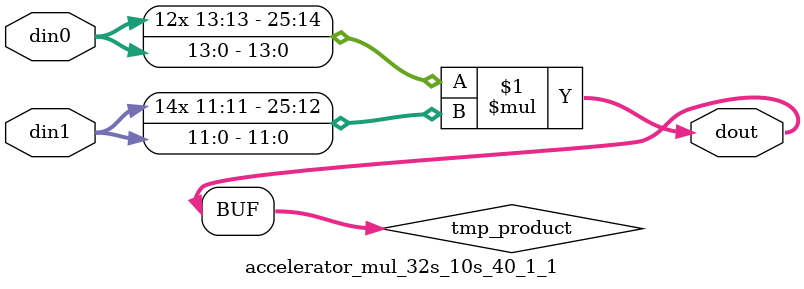
<source format=v>

`timescale 1 ns / 1 ps

 module accelerator_mul_32s_10s_40_1_1(din0, din1, dout);
parameter ID = 1;
parameter NUM_STAGE = 0;
parameter din0_WIDTH = 14;
parameter din1_WIDTH = 12;
parameter dout_WIDTH = 26;

input [din0_WIDTH - 1 : 0] din0; 
input [din1_WIDTH - 1 : 0] din1; 
output [dout_WIDTH - 1 : 0] dout;

wire signed [dout_WIDTH - 1 : 0] tmp_product;



























assign tmp_product = $signed(din0) * $signed(din1);








assign dout = tmp_product;





















endmodule

</source>
